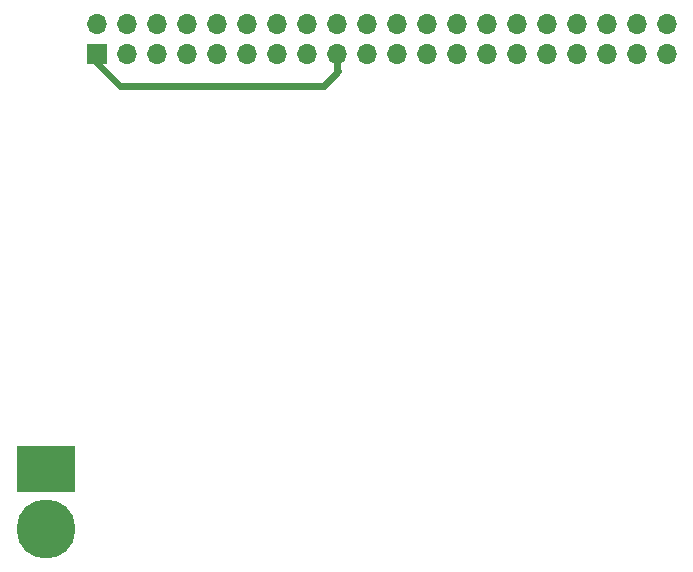
<source format=gbl>
G04 #@! TF.GenerationSoftware,KiCad,Pcbnew,(6.0.0)*
G04 #@! TF.CreationDate,2022-03-05T21:14:05+01:00*
G04 #@! TF.ProjectId,OpenTesterRpi3PSUBoardmk2,4f70656e-5465-4737-9465-725270693350,rev?*
G04 #@! TF.SameCoordinates,PXbebc200PY8f0d180*
G04 #@! TF.FileFunction,Copper,L2,Bot*
G04 #@! TF.FilePolarity,Positive*
%FSLAX46Y46*%
G04 Gerber Fmt 4.6, Leading zero omitted, Abs format (unit mm)*
G04 Created by KiCad (PCBNEW (6.0.0)) date 2022-03-05 21:14:05*
%MOMM*%
%LPD*%
G01*
G04 APERTURE LIST*
G04 #@! TA.AperFunction,ComponentPad*
%ADD10R,5.000000X4.000000*%
G04 #@! TD*
G04 #@! TA.AperFunction,ComponentPad*
%ADD11C,5.000000*%
G04 #@! TD*
G04 #@! TA.AperFunction,ComponentPad*
%ADD12R,1.700000X1.700000*%
G04 #@! TD*
G04 #@! TA.AperFunction,ComponentPad*
%ADD13O,1.700000X1.700000*%
G04 #@! TD*
G04 #@! TA.AperFunction,Conductor*
%ADD14C,0.600000*%
G04 #@! TD*
G04 APERTURE END LIST*
D10*
X4075000Y16065000D03*
D11*
X4075000Y10985000D03*
D12*
X8370000Y51230000D03*
D13*
X8370000Y53770000D03*
X10910000Y51230000D03*
X10910000Y53770000D03*
X13450000Y51230000D03*
X13450000Y53770000D03*
X15990000Y51230000D03*
X15990000Y53770000D03*
X18530000Y51230000D03*
X18530000Y53770000D03*
X21070000Y51230000D03*
X21070000Y53770000D03*
X23610000Y51230000D03*
X23610000Y53770000D03*
X26150000Y51230000D03*
X26150000Y53770000D03*
X28690000Y51230000D03*
X28690000Y53770000D03*
X31230000Y51230000D03*
X31230000Y53770000D03*
X33770000Y51230000D03*
X33770000Y53770000D03*
X36310000Y51230000D03*
X36310000Y53770000D03*
X38850000Y51230000D03*
X38850000Y53770000D03*
X41390000Y51230000D03*
X41390000Y53770000D03*
X43930000Y51230000D03*
X43930000Y53770000D03*
X46470000Y51230000D03*
X46470000Y53770000D03*
X49010000Y51230000D03*
X49010000Y53770000D03*
X51550000Y51230000D03*
X51550000Y53770000D03*
X54090000Y51230000D03*
X54090000Y53770000D03*
X56630000Y51230000D03*
X56630000Y53770000D03*
D14*
X28690000Y49860000D02*
X28690000Y51230000D01*
X8370000Y51230000D02*
X8370000Y50430000D01*
X28825000Y49725000D02*
X28690000Y49860000D01*
X8370000Y50430000D02*
X10300000Y48500000D01*
X10300000Y48500000D02*
X27600000Y48500000D01*
X27600000Y48500000D02*
X28825000Y49725000D01*
M02*

</source>
